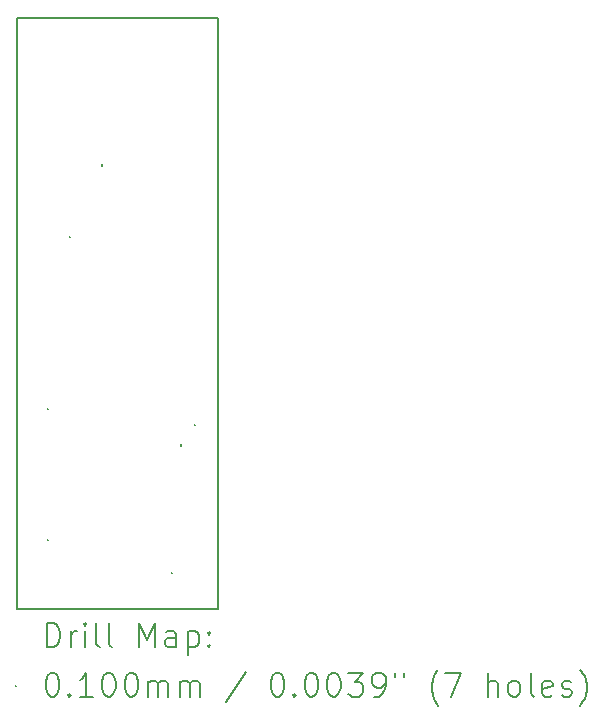
<source format=gbr>
%TF.GenerationSoftware,KiCad,Pcbnew,8.0.1*%
%TF.CreationDate,2024-10-17T14:11:02-05:00*%
%TF.ProjectId,sip-board,7369702d-626f-4617-9264-2e6b69636164,rev?*%
%TF.SameCoordinates,Original*%
%TF.FileFunction,Drillmap*%
%TF.FilePolarity,Positive*%
%FSLAX45Y45*%
G04 Gerber Fmt 4.5, Leading zero omitted, Abs format (unit mm)*
G04 Created by KiCad (PCBNEW 8.0.1) date 2024-10-17 14:11:02*
%MOMM*%
%LPD*%
G01*
G04 APERTURE LIST*
%ADD10C,0.200000*%
%ADD11C,0.100000*%
G04 APERTURE END LIST*
D10*
X13700000Y-7862000D02*
X15400000Y-7862000D01*
X15400000Y-12862000D01*
X13700000Y-12862000D01*
X13700000Y-7862000D01*
D11*
X13954000Y-11161000D02*
X13964000Y-11171000D01*
X13964000Y-11161000D02*
X13954000Y-11171000D01*
X13954000Y-12267000D02*
X13964000Y-12277000D01*
X13964000Y-12267000D02*
X13954000Y-12277000D01*
X14139000Y-9703000D02*
X14149000Y-9713000D01*
X14149000Y-9703000D02*
X14139000Y-9713000D01*
X14410000Y-9098000D02*
X14420000Y-9108000D01*
X14420000Y-9098000D02*
X14410000Y-9108000D01*
X15004000Y-12545000D02*
X15014000Y-12555000D01*
X15014000Y-12545000D02*
X15004000Y-12555000D01*
X15078000Y-11469000D02*
X15088000Y-11479000D01*
X15088000Y-11469000D02*
X15078000Y-11479000D01*
X15195000Y-11292000D02*
X15205000Y-11302000D01*
X15205000Y-11292000D02*
X15195000Y-11302000D01*
D10*
X13950777Y-13183484D02*
X13950777Y-12983484D01*
X13950777Y-12983484D02*
X13998396Y-12983484D01*
X13998396Y-12983484D02*
X14026967Y-12993008D01*
X14026967Y-12993008D02*
X14046015Y-13012055D01*
X14046015Y-13012055D02*
X14055539Y-13031103D01*
X14055539Y-13031103D02*
X14065062Y-13069198D01*
X14065062Y-13069198D02*
X14065062Y-13097769D01*
X14065062Y-13097769D02*
X14055539Y-13135865D01*
X14055539Y-13135865D02*
X14046015Y-13154912D01*
X14046015Y-13154912D02*
X14026967Y-13173960D01*
X14026967Y-13173960D02*
X13998396Y-13183484D01*
X13998396Y-13183484D02*
X13950777Y-13183484D01*
X14150777Y-13183484D02*
X14150777Y-13050150D01*
X14150777Y-13088246D02*
X14160301Y-13069198D01*
X14160301Y-13069198D02*
X14169824Y-13059674D01*
X14169824Y-13059674D02*
X14188872Y-13050150D01*
X14188872Y-13050150D02*
X14207920Y-13050150D01*
X14274586Y-13183484D02*
X14274586Y-13050150D01*
X14274586Y-12983484D02*
X14265062Y-12993008D01*
X14265062Y-12993008D02*
X14274586Y-13002531D01*
X14274586Y-13002531D02*
X14284110Y-12993008D01*
X14284110Y-12993008D02*
X14274586Y-12983484D01*
X14274586Y-12983484D02*
X14274586Y-13002531D01*
X14398396Y-13183484D02*
X14379348Y-13173960D01*
X14379348Y-13173960D02*
X14369824Y-13154912D01*
X14369824Y-13154912D02*
X14369824Y-12983484D01*
X14503158Y-13183484D02*
X14484110Y-13173960D01*
X14484110Y-13173960D02*
X14474586Y-13154912D01*
X14474586Y-13154912D02*
X14474586Y-12983484D01*
X14731729Y-13183484D02*
X14731729Y-12983484D01*
X14731729Y-12983484D02*
X14798396Y-13126341D01*
X14798396Y-13126341D02*
X14865062Y-12983484D01*
X14865062Y-12983484D02*
X14865062Y-13183484D01*
X15046015Y-13183484D02*
X15046015Y-13078722D01*
X15046015Y-13078722D02*
X15036491Y-13059674D01*
X15036491Y-13059674D02*
X15017443Y-13050150D01*
X15017443Y-13050150D02*
X14979348Y-13050150D01*
X14979348Y-13050150D02*
X14960301Y-13059674D01*
X15046015Y-13173960D02*
X15026967Y-13183484D01*
X15026967Y-13183484D02*
X14979348Y-13183484D01*
X14979348Y-13183484D02*
X14960301Y-13173960D01*
X14960301Y-13173960D02*
X14950777Y-13154912D01*
X14950777Y-13154912D02*
X14950777Y-13135865D01*
X14950777Y-13135865D02*
X14960301Y-13116817D01*
X14960301Y-13116817D02*
X14979348Y-13107293D01*
X14979348Y-13107293D02*
X15026967Y-13107293D01*
X15026967Y-13107293D02*
X15046015Y-13097769D01*
X15141253Y-13050150D02*
X15141253Y-13250150D01*
X15141253Y-13059674D02*
X15160301Y-13050150D01*
X15160301Y-13050150D02*
X15198396Y-13050150D01*
X15198396Y-13050150D02*
X15217443Y-13059674D01*
X15217443Y-13059674D02*
X15226967Y-13069198D01*
X15226967Y-13069198D02*
X15236491Y-13088246D01*
X15236491Y-13088246D02*
X15236491Y-13145388D01*
X15236491Y-13145388D02*
X15226967Y-13164436D01*
X15226967Y-13164436D02*
X15217443Y-13173960D01*
X15217443Y-13173960D02*
X15198396Y-13183484D01*
X15198396Y-13183484D02*
X15160301Y-13183484D01*
X15160301Y-13183484D02*
X15141253Y-13173960D01*
X15322205Y-13164436D02*
X15331729Y-13173960D01*
X15331729Y-13173960D02*
X15322205Y-13183484D01*
X15322205Y-13183484D02*
X15312682Y-13173960D01*
X15312682Y-13173960D02*
X15322205Y-13164436D01*
X15322205Y-13164436D02*
X15322205Y-13183484D01*
X15322205Y-13059674D02*
X15331729Y-13069198D01*
X15331729Y-13069198D02*
X15322205Y-13078722D01*
X15322205Y-13078722D02*
X15312682Y-13069198D01*
X15312682Y-13069198D02*
X15322205Y-13059674D01*
X15322205Y-13059674D02*
X15322205Y-13078722D01*
D11*
X13680000Y-13507000D02*
X13690000Y-13517000D01*
X13690000Y-13507000D02*
X13680000Y-13517000D01*
D10*
X13988872Y-13403484D02*
X14007920Y-13403484D01*
X14007920Y-13403484D02*
X14026967Y-13413008D01*
X14026967Y-13413008D02*
X14036491Y-13422531D01*
X14036491Y-13422531D02*
X14046015Y-13441579D01*
X14046015Y-13441579D02*
X14055539Y-13479674D01*
X14055539Y-13479674D02*
X14055539Y-13527293D01*
X14055539Y-13527293D02*
X14046015Y-13565388D01*
X14046015Y-13565388D02*
X14036491Y-13584436D01*
X14036491Y-13584436D02*
X14026967Y-13593960D01*
X14026967Y-13593960D02*
X14007920Y-13603484D01*
X14007920Y-13603484D02*
X13988872Y-13603484D01*
X13988872Y-13603484D02*
X13969824Y-13593960D01*
X13969824Y-13593960D02*
X13960301Y-13584436D01*
X13960301Y-13584436D02*
X13950777Y-13565388D01*
X13950777Y-13565388D02*
X13941253Y-13527293D01*
X13941253Y-13527293D02*
X13941253Y-13479674D01*
X13941253Y-13479674D02*
X13950777Y-13441579D01*
X13950777Y-13441579D02*
X13960301Y-13422531D01*
X13960301Y-13422531D02*
X13969824Y-13413008D01*
X13969824Y-13413008D02*
X13988872Y-13403484D01*
X14141253Y-13584436D02*
X14150777Y-13593960D01*
X14150777Y-13593960D02*
X14141253Y-13603484D01*
X14141253Y-13603484D02*
X14131729Y-13593960D01*
X14131729Y-13593960D02*
X14141253Y-13584436D01*
X14141253Y-13584436D02*
X14141253Y-13603484D01*
X14341253Y-13603484D02*
X14226967Y-13603484D01*
X14284110Y-13603484D02*
X14284110Y-13403484D01*
X14284110Y-13403484D02*
X14265062Y-13432055D01*
X14265062Y-13432055D02*
X14246015Y-13451103D01*
X14246015Y-13451103D02*
X14226967Y-13460627D01*
X14465062Y-13403484D02*
X14484110Y-13403484D01*
X14484110Y-13403484D02*
X14503158Y-13413008D01*
X14503158Y-13413008D02*
X14512682Y-13422531D01*
X14512682Y-13422531D02*
X14522205Y-13441579D01*
X14522205Y-13441579D02*
X14531729Y-13479674D01*
X14531729Y-13479674D02*
X14531729Y-13527293D01*
X14531729Y-13527293D02*
X14522205Y-13565388D01*
X14522205Y-13565388D02*
X14512682Y-13584436D01*
X14512682Y-13584436D02*
X14503158Y-13593960D01*
X14503158Y-13593960D02*
X14484110Y-13603484D01*
X14484110Y-13603484D02*
X14465062Y-13603484D01*
X14465062Y-13603484D02*
X14446015Y-13593960D01*
X14446015Y-13593960D02*
X14436491Y-13584436D01*
X14436491Y-13584436D02*
X14426967Y-13565388D01*
X14426967Y-13565388D02*
X14417443Y-13527293D01*
X14417443Y-13527293D02*
X14417443Y-13479674D01*
X14417443Y-13479674D02*
X14426967Y-13441579D01*
X14426967Y-13441579D02*
X14436491Y-13422531D01*
X14436491Y-13422531D02*
X14446015Y-13413008D01*
X14446015Y-13413008D02*
X14465062Y-13403484D01*
X14655539Y-13403484D02*
X14674586Y-13403484D01*
X14674586Y-13403484D02*
X14693634Y-13413008D01*
X14693634Y-13413008D02*
X14703158Y-13422531D01*
X14703158Y-13422531D02*
X14712682Y-13441579D01*
X14712682Y-13441579D02*
X14722205Y-13479674D01*
X14722205Y-13479674D02*
X14722205Y-13527293D01*
X14722205Y-13527293D02*
X14712682Y-13565388D01*
X14712682Y-13565388D02*
X14703158Y-13584436D01*
X14703158Y-13584436D02*
X14693634Y-13593960D01*
X14693634Y-13593960D02*
X14674586Y-13603484D01*
X14674586Y-13603484D02*
X14655539Y-13603484D01*
X14655539Y-13603484D02*
X14636491Y-13593960D01*
X14636491Y-13593960D02*
X14626967Y-13584436D01*
X14626967Y-13584436D02*
X14617443Y-13565388D01*
X14617443Y-13565388D02*
X14607920Y-13527293D01*
X14607920Y-13527293D02*
X14607920Y-13479674D01*
X14607920Y-13479674D02*
X14617443Y-13441579D01*
X14617443Y-13441579D02*
X14626967Y-13422531D01*
X14626967Y-13422531D02*
X14636491Y-13413008D01*
X14636491Y-13413008D02*
X14655539Y-13403484D01*
X14807920Y-13603484D02*
X14807920Y-13470150D01*
X14807920Y-13489198D02*
X14817443Y-13479674D01*
X14817443Y-13479674D02*
X14836491Y-13470150D01*
X14836491Y-13470150D02*
X14865063Y-13470150D01*
X14865063Y-13470150D02*
X14884110Y-13479674D01*
X14884110Y-13479674D02*
X14893634Y-13498722D01*
X14893634Y-13498722D02*
X14893634Y-13603484D01*
X14893634Y-13498722D02*
X14903158Y-13479674D01*
X14903158Y-13479674D02*
X14922205Y-13470150D01*
X14922205Y-13470150D02*
X14950777Y-13470150D01*
X14950777Y-13470150D02*
X14969824Y-13479674D01*
X14969824Y-13479674D02*
X14979348Y-13498722D01*
X14979348Y-13498722D02*
X14979348Y-13603484D01*
X15074586Y-13603484D02*
X15074586Y-13470150D01*
X15074586Y-13489198D02*
X15084110Y-13479674D01*
X15084110Y-13479674D02*
X15103158Y-13470150D01*
X15103158Y-13470150D02*
X15131729Y-13470150D01*
X15131729Y-13470150D02*
X15150777Y-13479674D01*
X15150777Y-13479674D02*
X15160301Y-13498722D01*
X15160301Y-13498722D02*
X15160301Y-13603484D01*
X15160301Y-13498722D02*
X15169824Y-13479674D01*
X15169824Y-13479674D02*
X15188872Y-13470150D01*
X15188872Y-13470150D02*
X15217443Y-13470150D01*
X15217443Y-13470150D02*
X15236491Y-13479674D01*
X15236491Y-13479674D02*
X15246015Y-13498722D01*
X15246015Y-13498722D02*
X15246015Y-13603484D01*
X15636491Y-13393960D02*
X15465063Y-13651103D01*
X15893634Y-13403484D02*
X15912682Y-13403484D01*
X15912682Y-13403484D02*
X15931729Y-13413008D01*
X15931729Y-13413008D02*
X15941253Y-13422531D01*
X15941253Y-13422531D02*
X15950777Y-13441579D01*
X15950777Y-13441579D02*
X15960301Y-13479674D01*
X15960301Y-13479674D02*
X15960301Y-13527293D01*
X15960301Y-13527293D02*
X15950777Y-13565388D01*
X15950777Y-13565388D02*
X15941253Y-13584436D01*
X15941253Y-13584436D02*
X15931729Y-13593960D01*
X15931729Y-13593960D02*
X15912682Y-13603484D01*
X15912682Y-13603484D02*
X15893634Y-13603484D01*
X15893634Y-13603484D02*
X15874586Y-13593960D01*
X15874586Y-13593960D02*
X15865063Y-13584436D01*
X15865063Y-13584436D02*
X15855539Y-13565388D01*
X15855539Y-13565388D02*
X15846015Y-13527293D01*
X15846015Y-13527293D02*
X15846015Y-13479674D01*
X15846015Y-13479674D02*
X15855539Y-13441579D01*
X15855539Y-13441579D02*
X15865063Y-13422531D01*
X15865063Y-13422531D02*
X15874586Y-13413008D01*
X15874586Y-13413008D02*
X15893634Y-13403484D01*
X16046015Y-13584436D02*
X16055539Y-13593960D01*
X16055539Y-13593960D02*
X16046015Y-13603484D01*
X16046015Y-13603484D02*
X16036491Y-13593960D01*
X16036491Y-13593960D02*
X16046015Y-13584436D01*
X16046015Y-13584436D02*
X16046015Y-13603484D01*
X16179348Y-13403484D02*
X16198396Y-13403484D01*
X16198396Y-13403484D02*
X16217444Y-13413008D01*
X16217444Y-13413008D02*
X16226967Y-13422531D01*
X16226967Y-13422531D02*
X16236491Y-13441579D01*
X16236491Y-13441579D02*
X16246015Y-13479674D01*
X16246015Y-13479674D02*
X16246015Y-13527293D01*
X16246015Y-13527293D02*
X16236491Y-13565388D01*
X16236491Y-13565388D02*
X16226967Y-13584436D01*
X16226967Y-13584436D02*
X16217444Y-13593960D01*
X16217444Y-13593960D02*
X16198396Y-13603484D01*
X16198396Y-13603484D02*
X16179348Y-13603484D01*
X16179348Y-13603484D02*
X16160301Y-13593960D01*
X16160301Y-13593960D02*
X16150777Y-13584436D01*
X16150777Y-13584436D02*
X16141253Y-13565388D01*
X16141253Y-13565388D02*
X16131729Y-13527293D01*
X16131729Y-13527293D02*
X16131729Y-13479674D01*
X16131729Y-13479674D02*
X16141253Y-13441579D01*
X16141253Y-13441579D02*
X16150777Y-13422531D01*
X16150777Y-13422531D02*
X16160301Y-13413008D01*
X16160301Y-13413008D02*
X16179348Y-13403484D01*
X16369825Y-13403484D02*
X16388872Y-13403484D01*
X16388872Y-13403484D02*
X16407920Y-13413008D01*
X16407920Y-13413008D02*
X16417444Y-13422531D01*
X16417444Y-13422531D02*
X16426967Y-13441579D01*
X16426967Y-13441579D02*
X16436491Y-13479674D01*
X16436491Y-13479674D02*
X16436491Y-13527293D01*
X16436491Y-13527293D02*
X16426967Y-13565388D01*
X16426967Y-13565388D02*
X16417444Y-13584436D01*
X16417444Y-13584436D02*
X16407920Y-13593960D01*
X16407920Y-13593960D02*
X16388872Y-13603484D01*
X16388872Y-13603484D02*
X16369825Y-13603484D01*
X16369825Y-13603484D02*
X16350777Y-13593960D01*
X16350777Y-13593960D02*
X16341253Y-13584436D01*
X16341253Y-13584436D02*
X16331729Y-13565388D01*
X16331729Y-13565388D02*
X16322206Y-13527293D01*
X16322206Y-13527293D02*
X16322206Y-13479674D01*
X16322206Y-13479674D02*
X16331729Y-13441579D01*
X16331729Y-13441579D02*
X16341253Y-13422531D01*
X16341253Y-13422531D02*
X16350777Y-13413008D01*
X16350777Y-13413008D02*
X16369825Y-13403484D01*
X16503158Y-13403484D02*
X16626967Y-13403484D01*
X16626967Y-13403484D02*
X16560301Y-13479674D01*
X16560301Y-13479674D02*
X16588872Y-13479674D01*
X16588872Y-13479674D02*
X16607920Y-13489198D01*
X16607920Y-13489198D02*
X16617444Y-13498722D01*
X16617444Y-13498722D02*
X16626967Y-13517769D01*
X16626967Y-13517769D02*
X16626967Y-13565388D01*
X16626967Y-13565388D02*
X16617444Y-13584436D01*
X16617444Y-13584436D02*
X16607920Y-13593960D01*
X16607920Y-13593960D02*
X16588872Y-13603484D01*
X16588872Y-13603484D02*
X16531729Y-13603484D01*
X16531729Y-13603484D02*
X16512682Y-13593960D01*
X16512682Y-13593960D02*
X16503158Y-13584436D01*
X16722206Y-13603484D02*
X16760301Y-13603484D01*
X16760301Y-13603484D02*
X16779349Y-13593960D01*
X16779349Y-13593960D02*
X16788872Y-13584436D01*
X16788872Y-13584436D02*
X16807920Y-13555865D01*
X16807920Y-13555865D02*
X16817444Y-13517769D01*
X16817444Y-13517769D02*
X16817444Y-13441579D01*
X16817444Y-13441579D02*
X16807920Y-13422531D01*
X16807920Y-13422531D02*
X16798396Y-13413008D01*
X16798396Y-13413008D02*
X16779349Y-13403484D01*
X16779349Y-13403484D02*
X16741253Y-13403484D01*
X16741253Y-13403484D02*
X16722206Y-13413008D01*
X16722206Y-13413008D02*
X16712682Y-13422531D01*
X16712682Y-13422531D02*
X16703158Y-13441579D01*
X16703158Y-13441579D02*
X16703158Y-13489198D01*
X16703158Y-13489198D02*
X16712682Y-13508246D01*
X16712682Y-13508246D02*
X16722206Y-13517769D01*
X16722206Y-13517769D02*
X16741253Y-13527293D01*
X16741253Y-13527293D02*
X16779349Y-13527293D01*
X16779349Y-13527293D02*
X16798396Y-13517769D01*
X16798396Y-13517769D02*
X16807920Y-13508246D01*
X16807920Y-13508246D02*
X16817444Y-13489198D01*
X16893634Y-13403484D02*
X16893634Y-13441579D01*
X16969825Y-13403484D02*
X16969825Y-13441579D01*
X17265063Y-13679674D02*
X17255539Y-13670150D01*
X17255539Y-13670150D02*
X17236491Y-13641579D01*
X17236491Y-13641579D02*
X17226968Y-13622531D01*
X17226968Y-13622531D02*
X17217444Y-13593960D01*
X17217444Y-13593960D02*
X17207920Y-13546341D01*
X17207920Y-13546341D02*
X17207920Y-13508246D01*
X17207920Y-13508246D02*
X17217444Y-13460627D01*
X17217444Y-13460627D02*
X17226968Y-13432055D01*
X17226968Y-13432055D02*
X17236491Y-13413008D01*
X17236491Y-13413008D02*
X17255539Y-13384436D01*
X17255539Y-13384436D02*
X17265063Y-13374912D01*
X17322206Y-13403484D02*
X17455539Y-13403484D01*
X17455539Y-13403484D02*
X17369825Y-13603484D01*
X17684111Y-13603484D02*
X17684111Y-13403484D01*
X17769825Y-13603484D02*
X17769825Y-13498722D01*
X17769825Y-13498722D02*
X17760301Y-13479674D01*
X17760301Y-13479674D02*
X17741253Y-13470150D01*
X17741253Y-13470150D02*
X17712682Y-13470150D01*
X17712682Y-13470150D02*
X17693634Y-13479674D01*
X17693634Y-13479674D02*
X17684111Y-13489198D01*
X17893634Y-13603484D02*
X17874587Y-13593960D01*
X17874587Y-13593960D02*
X17865063Y-13584436D01*
X17865063Y-13584436D02*
X17855539Y-13565388D01*
X17855539Y-13565388D02*
X17855539Y-13508246D01*
X17855539Y-13508246D02*
X17865063Y-13489198D01*
X17865063Y-13489198D02*
X17874587Y-13479674D01*
X17874587Y-13479674D02*
X17893634Y-13470150D01*
X17893634Y-13470150D02*
X17922206Y-13470150D01*
X17922206Y-13470150D02*
X17941253Y-13479674D01*
X17941253Y-13479674D02*
X17950777Y-13489198D01*
X17950777Y-13489198D02*
X17960301Y-13508246D01*
X17960301Y-13508246D02*
X17960301Y-13565388D01*
X17960301Y-13565388D02*
X17950777Y-13584436D01*
X17950777Y-13584436D02*
X17941253Y-13593960D01*
X17941253Y-13593960D02*
X17922206Y-13603484D01*
X17922206Y-13603484D02*
X17893634Y-13603484D01*
X18074587Y-13603484D02*
X18055539Y-13593960D01*
X18055539Y-13593960D02*
X18046015Y-13574912D01*
X18046015Y-13574912D02*
X18046015Y-13403484D01*
X18226968Y-13593960D02*
X18207920Y-13603484D01*
X18207920Y-13603484D02*
X18169825Y-13603484D01*
X18169825Y-13603484D02*
X18150777Y-13593960D01*
X18150777Y-13593960D02*
X18141253Y-13574912D01*
X18141253Y-13574912D02*
X18141253Y-13498722D01*
X18141253Y-13498722D02*
X18150777Y-13479674D01*
X18150777Y-13479674D02*
X18169825Y-13470150D01*
X18169825Y-13470150D02*
X18207920Y-13470150D01*
X18207920Y-13470150D02*
X18226968Y-13479674D01*
X18226968Y-13479674D02*
X18236492Y-13498722D01*
X18236492Y-13498722D02*
X18236492Y-13517769D01*
X18236492Y-13517769D02*
X18141253Y-13536817D01*
X18312682Y-13593960D02*
X18331730Y-13603484D01*
X18331730Y-13603484D02*
X18369825Y-13603484D01*
X18369825Y-13603484D02*
X18388873Y-13593960D01*
X18388873Y-13593960D02*
X18398396Y-13574912D01*
X18398396Y-13574912D02*
X18398396Y-13565388D01*
X18398396Y-13565388D02*
X18388873Y-13546341D01*
X18388873Y-13546341D02*
X18369825Y-13536817D01*
X18369825Y-13536817D02*
X18341253Y-13536817D01*
X18341253Y-13536817D02*
X18322206Y-13527293D01*
X18322206Y-13527293D02*
X18312682Y-13508246D01*
X18312682Y-13508246D02*
X18312682Y-13498722D01*
X18312682Y-13498722D02*
X18322206Y-13479674D01*
X18322206Y-13479674D02*
X18341253Y-13470150D01*
X18341253Y-13470150D02*
X18369825Y-13470150D01*
X18369825Y-13470150D02*
X18388873Y-13479674D01*
X18465063Y-13679674D02*
X18474587Y-13670150D01*
X18474587Y-13670150D02*
X18493634Y-13641579D01*
X18493634Y-13641579D02*
X18503158Y-13622531D01*
X18503158Y-13622531D02*
X18512682Y-13593960D01*
X18512682Y-13593960D02*
X18522206Y-13546341D01*
X18522206Y-13546341D02*
X18522206Y-13508246D01*
X18522206Y-13508246D02*
X18512682Y-13460627D01*
X18512682Y-13460627D02*
X18503158Y-13432055D01*
X18503158Y-13432055D02*
X18493634Y-13413008D01*
X18493634Y-13413008D02*
X18474587Y-13384436D01*
X18474587Y-13384436D02*
X18465063Y-13374912D01*
M02*

</source>
